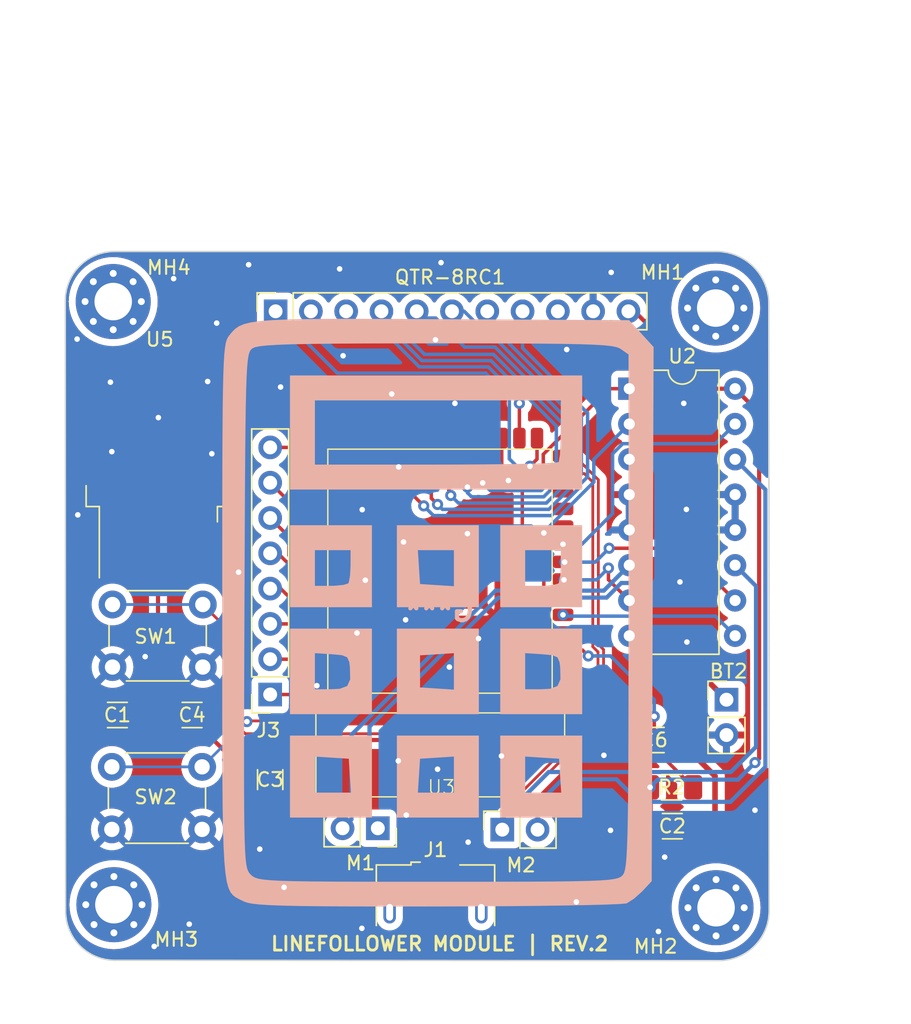
<source format=kicad_pcb>
(kicad_pcb (version 20240108) (generator "pcbnew") (generator_version "8.0")
  (layers (0 "F.Cu" signal) (31 "B.Cu" signal) (34 "B.Paste" user) (35 "F.Paste" user) (36 "B.SilkS" user "B.Silkscreen") (37 "F.SilkS" user "F.Silkscreen") (38 "B.Mask" user) (39 "F.Mask" user) (44 "Edge.Cuts" user))
  (net 0 "")
  (net 1 "VDD")
  (net 2 "GND")
  (net 3 "/EN")
  (net 4 "/BOOT")
  (net 5 "/IO5")
  (net 6 "/IO16")
  (net 7 "/IO15")
  (net 8 "/IO6")
  (net 9 "/IO7")
  (net 10 "/IO4")
  (net 13 "VCC")
  (net 15 "/IO3")
  (net 16 "/IO46")
  (net 17 "/IO9")
  (net 18 "/IO10")
  (net 19 "/IO11")
  (net 20 "/A1")
  (net 21 "/A2")
  (net 22 "/B1")
  (net 23 "/B2")
  (net 25 "/IO12")
  (net 26 "/IO13")
  (net 27 "/D-")
  (net 28 "/D+")
  (net 32 "unconnected-(J1-Shield-Pad6)")
  (net 33 "/IO14")
  (net 40 "/IO39")
  (net 41 "/IO40")
  (net 42 "/IO41")
  (net 43 "/IO42")
  (net 44 "/RXD0")
  (net 45 "/TXD0")
  (net 46 "/IO2")
  (net 47 "/IO1")
  (net 50 "unconnected-(J1-Shield-Pad6)_3")
  (footprint "Connector_PinSocket_2.54mm:PinSocket_1x02_P2.54mm_Vertical" (layer "F.Cu") (at 90.96 116.6 90)
    (property "Reference" "M2")
    (property "Value" "Conn_01x02_Socket" (hide yes))
  )
  (footprint "Connector_USB:USB_Micro-B_Amphenol_10118193-0001LF_Horizontal" (layer "F.Cu") (at 86.15 122.55)
    (property "Reference" "J1")
    (property "Value" "USB_B_Micro" (hide yes))
  )
  (footprint "Connector_PinSocket_2.54mm:PinSocket_1x02_P2.54mm_Vertical" (layer "F.Cu") (at 82 116.5 -90)
    (property "Reference" "M1")
    (property "Value" "Conn_01x02_Socket" (hide yes))
  )
  (footprint "Capacitor_SMD:C_1206_3216Metric_Pad1.33x1.80mm_HandSolder" (layer "F.Cu") (at 63.25 108.35)
    (property "Reference" "C1")
    (property "Value" "100n" (hide yes))
  )
  (footprint "Capacitor_SMD:C_1206_3216Metric_Pad1.33x1.80mm_HandSolder" (layer "F.Cu") (at 74.25 113 -90)
    (property "Reference" "C3")
    (property "Value" "C_Unpolarized" (hide yes))
  )
  (footprint "Connector_PinSocket_2.54mm:PinSocket_1x11_P2.54mm_Vertical" (layer "F.Cu") (at 74.64 79.3 90)
    (property "Reference" "QTR-8RC1")
    (property "Value" "Conn_01x11_Socket" (hide yes))
  )
  (footprint "Resistor_SMD:R_1206_3216Metric_Pad1.30x1.75mm_HandSolder" (layer "F.Cu") (at 103.15 113.55)
    (property "Reference" "R2")
    (property "Value" "10k" (hide yes))
  )
  (footprint "MountingHole:MountingHole_2.7mm_Pad_Via" (layer "F.Cu") (at 62.95 78.6)
    (property "Reference" "MH4")
    (property "Value" "MountingHole_2.7mm_Pad_Via" (hide yes))
  )
  (footprint "Package_DIP:DIP-16_W7.62mm" (layer "F.Cu") (at 100.1 84.87)
    (property "Reference" "U2")
    (property "Value" "L293D" (hide yes))
  )
  (footprint "Connector_PinSocket_2.54mm:PinSocket_1x08_P2.54mm_Vertical" (layer "F.Cu") (at 74.25 106.875 180)
    (property "Reference" "J3")
    (property "Value" "Conn_01x08_Socket" (hide yes))
  )
  (footprint "MyParts:esp3_s3_wroom_1" (layer "F.Cu") (at 96 88.53 180)
    (property "Reference" "U3")
    (property "Value" "~")
  )
  (footprint "Capacitor_SMD:C_1206_3216Metric_Pad1.33x1.80mm_HandSolder" (layer "F.Cu") (at 103.2 116.35)
    (property "Reference" "C2")
    (property "Value" "10u" (hide yes))
  )
  (footprint "Connector_PinHeader_2.54mm:PinHeader_1x02_P2.54mm_Vertical" (layer "F.Cu") (at 107.1 107.25)
    (property "Reference" "BT2")
    (property "Value" "Battery" (hide yes))
  )
  (footprint "Package_TO_SOT_SMD:TO-263-5_TabPin3" (layer "F.Cu") (at 66.2 88.525 90)
    (property "Reference" "U5")
    (property "Value" "LM2596S-3.3" (hide yes))
  )
  (footprint "MountingHole:MountingHole_2.7mm_Pad_Via" (layer "F.Cu") (at 106.325 79.068109)
    (property "Reference" "MH1")
    (property "Value" "MountingHole_2.7mm_Pad_Via" (hide yes))
  )
  (footprint "MountingHole:MountingHole_2.7mm_Pad_Via" (layer "F.Cu") (at 106.35 122.218109)
    (property "Reference" "MH2")
    (property "Value" "MountingHole_2.7mm_Pad_Via" (hide yes))
  )
  (footprint "Capacitor_SMD:C_1206_3216Metric_Pad1.33x1.80mm_HandSolder" (layer "F.Cu") (at 68.625 108.35 180)
    (property "Reference" "C4")
    (property "Value" "100n" (hide yes))
  )
  (footprint "MountingHole:MountingHole_2.7mm_Pad_Via" (layer "F.Cu") (at 63 122)
    (property "Reference" "MH3")
    (property "Value" "MountingHole_2.7mm_Pad_Via" (hide yes))
  )
  (footprint "Capacitor_SMD:C_1206_3216Metric_Pad1.33x1.80mm_HandSolder" (layer "F.Cu") (at 101.9 110.15 180)
    (property "Reference" "C6")
    (property "Value" "10u" (hide yes))
  )
  (footprint "Button_Switch_THT:SW_PUSH_6mm" (layer "F.Cu") (at 62.85 112.081128)
    (property "Reference" "SW2")
    (property "Value" "SW_Push" (hide yes))
  )
  (footprint "Button_Switch_THT:SW_PUSH_6mm" (layer "F.Cu") (at 62.9 100.4)
    (property "Reference" "SW1")
    (property "Value" "SW_Push" (hide yes))
  )
  (footprint "graphics:pcb_logo_45mmx45mm" (layer "B.Cu") (at 86.45 100.85 180)
    (property "Reference" "G***")
    (property "Value" "LOGO" (hide yes))
  )
  (gr_arc (start 110.170584 122.422525) (mid 109.116162 124.968093) (end 106.570584 126.022525) (stroke (width 0.1)) (layer "Edge.Cuts"))
  (gr_line (start 106.570584 126.022525) (end 66.2 126) (stroke (width 0.1)) (layer "Edge.Cuts"))
  (gr_arc (start 106.528907 75) (mid 109.097989 76.155114) (end 110.15 78.768109) (stroke (width 0.1)) (layer "Edge.Cuts"))
  (gr_line (start 66.146701 75.000001) (end 62.971705 75.000001) (stroke (width 0.1)) (layer "Edge.Cuts"))
  (gr_arc (start 59.5 78.545877) (mid 60.512436 76.064651) (end 62.971705 75.000001) (stroke (width 0.1)) (layer "Edge.Cuts"))
  (gr_arc (start 63.025004 126) (mid 60.547424 124.945642) (end 59.525 122.454709) (stroke (width 0.1)) (layer "Edge.Cuts"))
  (gr_line (start 66.146701 75.000001) (end 106.528907 75) (stroke (width 0.1)) (layer "Edge.Cuts"))
  (gr_line (start 66.2 126) (end 63.025004 126) (stroke (width 0.1)) (layer "Edge.Cuts"))
  (gr_line (start 59.525 122.454709) (end 59.5 78.545877) (stroke (width 0.1)) (layer "Edge.Cuts"))
  (gr_line (start 110.15 78.768109) (end 110.170584 122.422525) (stroke (width 0.1)) (layer "Edge.Cuts"))
  (gr_text "LINEFOLLOWER MODULE | REV.2" (at 74.2 125.4 0) (layer "F.SilkS") (effects (font (size 1 1) (thickness 0.2) (bold yes)) (justify left bottom)))
  (segment (start 107.1 107.25) (end 105.8625 106.0125) (width 0.4) (layer "F.Cu") (net 1))
  (segment (start 98.25 125) (end 106.275 116.975) (width 0.4) (layer "F.Cu") (net 1))
  (segment (start 60.8 107.4625) (end 60.8 97.2) (width 0.4) (layer "F.Cu") (net 1))
  (segment (start 61.825 96.175) (end 62.8 96.175) (width 0.4) (layer "F.Cu") (net 1))
  (segment (start 66 118.5) (end 72.5 125) (width 0.4) (layer "F.Cu") (net 1))
  (segment (start 106.275 116.975) (end 106.275 112.75) (width 0.4) (layer "F.Cu") (net 1))
  (segment (start 106.275 112.75) (end 103.675 110.15) (width 0.4) (layer "F.Cu") (net 1))
  (segment (start 61.6875 108.35) (end 60.75 109.2875) (width 0.4) (layer "F.Cu") (net 1))
  (segment (start 100.1 102.65) (end 103.4625 106.0125) (width 0.4) (layer "F.Cu") (net 1))
  (segment (start 103.675 110.15) (end 103.4625 110.15) (width 0.4) (layer "F.Cu") (net 1))
  (segment (start 61.9 118.5) (end 66 118.5) (width 0.4) (layer "F.Cu") (net 1))
  (segment (start 103.4625 106.8) (end 103.4625 110.15) (width 0.4) (layer "F.Cu") (net 1))
  (segment (start 60.8 97.2) (end 61.825 96.175) (width 0.4) (layer "F.Cu") (net 1))
  (segment (start 105.25 106.0375) (end 105.225 106.0125) (width 0.4) (layer "F.Cu") (net 1))
  (segment (start 72.5 125) (end 98.25 125) (width 0.4) (layer "F.Cu") (net 1))
  (segment (start 60.75 109.2875) (end 60.75 117.35) (width 0.4) (layer "F.Cu") (net 1))
  (segment (start 61.6875 108.35) (end 60.8 107.4625) (width 0.4) (layer "F.Cu") (net 1))
  (segment (start 103.4625 106.0125) (end 103.4625 106.8) (width 0.4) (layer "F.Cu") (net 1))
  (segment (start 105.8625 106.0125) (end 103.4625 106.0125) (width 0.4) (layer "F.Cu") (net 1))
  (segment (start 60.75 117.35) (end 61.9 118.5) (width 0.4) (layer "F.Cu") (net 1))
  (segment (start 88.5 117.5) (end 87.45 118.55) (width 0.25) (layer "F.Cu") (net 2))
  (segment (start 87.45 118.55) (end 87.45 119.875) (width 0.25) (layer "F.Cu") (net 2))
  (via (at 87.55 85.925) (size 0.8) (drill 0.4) (layers "F.Cu" "B.Cu") (net 2))
  (via (at 70.05 89.55) (size 0.8) (drill 0.4) (layers "F.Cu" "B.Cu") (net 2))
  (via (at 98.8 76.5) (size 0.8) (drill 0.4) (layers "F.Cu" "B.Cu") (net 2))
  (via (at 96.29 121.8) (size 0.8) (drill 0.4) (layers "F.Cu" "B.Cu") (net 2))
  (via (at 65.25 104.15) (size 0.8) (drill 0.4) (layers "F.Cu" "B.Cu") (net 2))
  (via (at 60.35 81.3) (size 0.8) (drill 0.4) (layers "F.Cu" "B.Cu") (net 2))
  (via (at 102.65 118.575) (size 0.8) (drill 0.4) (layers "F.Cu" "B.Cu") (net 2))
  (via (at 79.5 82.5) (size 0.8) (drill 0.4) (layers "F.Cu" "B.Cu") (net 2))
  (via (at 83.475 111.65) (size 0.8) (drill 0.4) (layers "F.Cu" "B.Cu") (net 2))
  (via (at 60.4 93.95) (size 0.8) (drill 0.4) (layers "F.Cu" "B.Cu") (net 2))
  (via (at 88.5 117.5) (size 0.8) (drill 0.4) (layers "F.Cu" "B.Cu") (net 2))
  (via (at 88.45 95.3) (size 0.8) (drill 0.4) (layers "F.Cu" "B.Cu") (net 2))
  (via (at 79.25 76.25) (size 0.8) (drill 0.4) (layers "F.Cu" "B.Cu") (net 2))
  (via (at 89.25 102.85) (size 0.8) (drill 0.4) (layers "F.Cu" "B.Cu") (net 2))
  (via (at 80.5 102.45) (size 0.8) (drill 0.4) (layers "F.Cu" "B.Cu") (net 2))
  (via (at 86.3 112.25) (size 0.8) (drill 0.4) (layers "F.Cu" "B.Cu") (net 2))
  (via (at 75.25 120.75) (size 0.8) (drill 0.4) (layers "F.Cu" "B.Cu") (net 2))
  (via (at 70.4 80.15) (size 0.8) (drill 0.4) (layers "F.Cu" "B.Cu") (net 2))
  (via (at 67.3 76.95) (size 0.8) (drill 0.4) (layers "F.Cu" "B.Cu") (net 2))
  (via (at 72.7 75.95) (size 0.8) (drill 0.4) (layers "F.Cu" "B.Cu") (net 2))
  (via (at 104.2125 93.554416) (size 0.8) (drill 0.4) (layers "F.Cu" "B.Cu") (net 2))
  (via (at 90.9 111.3) (size 0.8) (drill 0.4) (layers "F.Cu" "B.Cu") (net 2))
  (via (at 103.75 98.775) (size 0.8) (drill 0.4) (layers "F.Cu" "B.Cu") (net 2))
  (via (at 77.61 106.24) (size 0.8) (drill 0.4) (layers "F.Cu" "B.Cu") (net 2))
  (via (at 68.425 123.4) (size 0.8) (drill 0.4) (layers "F.Cu" "B.Cu") (net 2))
  (via (at 69.75 84.35) (size 0.8) (drill 0.4) (layers "F.Cu" "B.Cu") (net 2))
  (via (at 75 84.75) (size 0.8) (drill 0.4) (layers "F.Cu" "B.Cu") (net 2))
  (via (at 81.1 98.65) (size 0.8) (drill 0.4) (layers "F.Cu" "B.Cu") (net 2))
  (via (at 109.15 115.2) (size 0.8) (drill 0.4) (layers "F.Cu" "B.Cu") (net 2))
  (via (at 83.85 95.9) (size 0.8) (drill 0.4) (layers "F.Cu" "B.Cu") (net 2))
  (via (at 73.5 118) (size 0.8) (drill 0.4) (layers "F.Cu" "B.Cu") (net 2))
  (via (at 62.85 89.4) (size 0.8) (drill 0.4) (layers "F.Cu" "B.Cu") (net 2))
  (via (at 104.025 85.925) (size 0.8) (drill 0.4) (layers "F.Cu" "B.Cu") (net 2))
  (via (at 84 101.5) (size 0.8) (drill 0.4) (layers "F.Cu" "B.Cu") (net 2))
  (via (at 104.25 103.1) (size 0.8) (drill 0.4) (layers "F.Cu" "B.Cu") (net 2))
  (via (at 95.6 82.05) (size 0.8) (drill 0.4) (layers "F.Cu" "B.Cu") (net 2))
  (via (at 83 85.25) (size 0.8) (drill 0.4) (layers "F.Cu" "B.Cu") (net 2))
  (via (at 102.2 123.925) (size 0.8) (drill 0.4) (layers "F.Cu" "B.Cu") (net 2))
  (via (at 98.275 111.25) (size 0.8) (drill 0.4) (layers "F.Cu" "B.Cu") (net 2))
  (via (at 86.55 75.8) (size 0.8) (drill 0.4) (layers "F.Cu" "B.Cu") (net 2))
  (via (at 98.75 116.65) (size 0.8) (drill 0.4) (layers "F.Cu" "B.Cu") (net 2))
  (via (at 86.15 81.35) (size 0.8) (drill 0.4) (layers "F.Cu" "B.Cu") (net 2))
  (via (at 71.975 98.075) (size 0.8) (drill 0.4) (layers "F.Cu" "B.Cu") (net 2))
  (via (at 65.9 125) (size 0.8) (drill 0.4) (layers "F.Cu" "B.Cu") (net 2))
  (via (at 66.2 86.95) (size 0.8) (drill 0.4) (layers "F.Cu" "B.Cu") (net 2))
  (via (at 84.05 115.55) (size 0.8) (drill 0.4) (layers "F.Cu" "B.Cu") (net 2))
  (via (at 62.75 84.4) (size 0.8) (drill 0.4) (layers "F.Cu" "B.Cu") (net 2))
  (via (at 87.15 104.9) (size 0.8) (drill 0.4) (layers "F.Cu" "B.Cu") (net 2))
  (via (at 80.85 123.7) (size 0.8) (drill 0.4) (layers "F.Cu" "B.Cu") (net 2))
  (via (at 83.5 90.5) (size 0.8) (drill 0.4) (layers "F.Cu" "B.Cu") (net 2))
  (via (at 80.875 93.575) (size 0.8) (drill 0.4) (layers "F.Cu" "B.Cu") (net 2))
  (segment (start 94.28 105.064196) (end 94.28 103.995) (width 0.2) (layer "F.Cu") (net 3))
  (segment (start 69.4 100.4) (end 71.45 102.45) (width 0.2) (layer "F.Cu") (net 3))
  (segment (start 71.45 108.68995) (end 72.457148 109.697098) (width 0.2) (layer "F.Cu") (net 3))
  (segment (start 97.15 104.1) (end 96.73 103.68) (width 0.25) (layer "F.Cu") (net 3))
  (segment (start 72.457148 109.697098) (end 89.647098 109.697098) (width 0.2) (layer "F.Cu") (net 3))
  (segment (start 101.9 108.45) (end 101.9 110.75) (width 0.25) (layer "F.Cu") (net 3))
  (segment (start 71.45 102.45) (end 71.45 108.68995) (width 0.2) (layer "F.Cu") (net 3))
  (segment (start 101.9 110.75) (end 104.7 113.55) (width 0.25) (layer "F.Cu") (net 3))
  (segment (start 96.73 103.68) (end 95.33 103.68) (width 0.25) (layer "F.Cu") (net 3))
  (segment (start 94.595 103.68) (end 95.33 103.68) (width 0.2) (layer "F.Cu") (net 3))
  (segment (start 89.647098 109.697098) (end 94.28 105.064196) (width 0.2) (layer "F.Cu") (net 3))
  (segment (start 94.28 103.995) (end 94.595 103.68) (width 0.2) (layer "F.Cu") (net 3))
  (via (at 101.9 108.45) (size 0.8) (drill 0.4) (layers "F.Cu" "B.Cu") (net 3))
  (via (at 97.15 104.1) (size 0.8) (drill 0.4) (layers "F.Cu" "B.Cu") (net 3))
  (segment (start 97.15 104) (end 97 103.85) (width 0.25) (layer "B.Cu") (net 3))
  (segment (start 62.9 100.4) (end 69.4 100.4) (width 0.2) (layer "B.Cu") (net 3))
  (segment (start 101.9 107.25) (end 98.75 104.1) (width 0.25) (layer "B.Cu") (net 3))
  (segment (start 101.9 108.45) (end 101.9 107.25) (width 0.25) (layer "B.Cu") (net 3))
  (segment (start 97.15 104.1) (end 97.15 104) (width 0.25) (layer "B.Cu") (net 3))
  (segment (start 98.75 104.1) (end 97.15 104.1) (width 0.25) (layer "B.Cu") (net 3))
  (segment (start 72.625 108.775) (end 77.325 108.775) (width 0.2) (layer "F.Cu") (net 4))
  (segment (start 79.05 90.2) (end 78.58 89.73) (width 0.2) (layer "F.Cu") (net 4))
  (segment (start 79.05 107.05) (end 79.05 90.2) (width 0.2) (layer "F.Cu") (net 4))
  (segment (start 72.575 108.825) (end 72.625 108.775) (width 0.2) (layer "F.Cu") (net 4))
  (segment (start 77.325 108.775) (end 79.05 107.05) (width 0.2) (layer "F.Cu") (net 4))
  (segment (start 78.58 89.73) (end 77.61 89.73) (width 0.2) (layer "F.Cu") (net 4))
  (via (at 72.575 108.825) (size 0.8) (drill 0.4) (layers "F.Cu" "B.Cu") (net 4))
  (segment (start 72.575 108.856128) (end 69.35 112.081128) (width 0.2) (layer "B.Cu") (net 4))
  (segment (start 62.85 112.081128) (end 69.35 112.081128) (width 0.2) (layer "B.Cu") (net 4))
  (segment (start 72.575 108.825) (end 72.575 108.856128) (width 0.2) (layer "B.Cu") (net 4))
  (via (at 95.33 101.14) (size 0.8) (drill 0.4) (layers "F.Cu" "B.Cu") (net 5))
  (segment (start 95.33 101.14) (end 95.425 101.235) (width 0.25) (layer "B.Cu") (net 5))
  (segment (start 95.425 101.235) (end 106.305 101.235) (width 0.25) (layer "B.Cu") (net 5))
  (segment (start 106.305 101.235) (end 107.72 102.65) (width 0.25) (layer "B.Cu") (net 5))
  (via (at 95.33 96.06) (size 0.8) (drill 0.4) (layers "F.Cu" "B.Cu") (net 6))
  (segment (start 106.305 88.825) (end 107.72 87.41) (width 0.25) (layer "B.Cu") (net 6))
  (segment (start 95.33 96.06) (end 96.69 96.06) (width 0.25) (layer "B.Cu") (net 6))
  (segment (start 98.9 93.85) (end 98.9 89.55) (width 0.25) (layer "B.Cu") (net 6))
  (segment (start 96.69 96.06) (end 98.9 93.85) (width 0.25) (layer "B.Cu") (net 6))
  (segment (start 98.9 89.55) (end 99.625 88.825) (width 0.25) (layer "B.Cu") (net 6))
  (segment (start 99.625 88.825) (end 106.305 88.825) (width 0.25) (layer "B.Cu") (net 6))
  (segment (start 98.65 96.35) (end 103.96 96.35) (width 0.25) (layer "F.Cu") (net 7))
  (segment (start 103.96 96.35) (end 107.72 100.11) (width 0.25) (layer "F.Cu") (net 7))
  (via (at 98.65 96.35) (size 0.8) (drill 0.4) (layers "F.Cu" "B.Cu") (net 7))
  (via (at 95.45 97.35) (size 0.8) (drill 0.4) (layers "F.Cu" "B.Cu") (net 7))
  (segment (start 98.65 96.35) (end 97.65 97.35) (width 0.25) (layer "B.Cu") (net 7))
  (segment (start 97.65 97.35) (end 95.45 97.35) (width 0.25) (layer "B.Cu") (net 7))
  (segment (start 94.47 99.87) (end 95.33 99.87) (width 0.25) (layer "F.Cu") (net 8))
  (segment (start 95.309669 99.849669) (end 95.33 99.87) (width 0.25) (layer "F.Cu") (net 8))
  (segment (start 93.95 99.35) (end 94.47 99.87) (width 0.25) (layer "F.Cu") (net 8))
  (segment (start 95.049669 99.849669) (end 95.309669 99.849669) (width 0.25) (layer "F.Cu") (net 8))
  (segment (start 93.95 95.25) (end 93.95 99.35) (width 0.25) (layer "F.Cu") (net 8))
  (via (at 93.95 95.25) (size 0.8) (drill 0.4) (layers "F.Cu" "B.Cu") (net 8))
  (segment (start 93.95 95.186396) (end 97.55 91.586396) (width 0.25) (layer "B.Cu") (net 8))
  (segment (start 93.95 95.25) (end 93.95 95.186396) (width 0.25) (layer "B.Cu") (net 8))
  (segment (start 97.55 89.96) (end 100.1 87.41) (width 0.25) (layer "B.Cu") (net 8))
  (segment (start 97.55 91.586396) (end 97.55 89.96) (width 0.25) (layer "B.Cu") (net 8))
  (segment (start 98.6 98.61) (end 100.1 100.11) (width 0.25) (layer "F.Cu") (net 9))
  (segment (start 98.6 97.775) (end 98.6 98.61) (width 0.25) (layer "F.Cu") (net 9))
  (via (at 98.6 97.775) (size 0.8) (drill 0.4) (layers "F.Cu" "B.Cu") (net 9))
  (via (at 95.4 98.625) (size 0.8) (drill 0.4) (layers "F.Cu" "B.Cu") (net 9))
  (segment (start 97.75 98.625) (end 95.4 98.625) (width 0.25) (layer "B.Cu") (net 9))
  (segment (start 98.6 97.775) (end 97.75 98.625) (width 0.25) (layer "B.Cu") (net 9))
  (segment (start 93.91 90.515305) (end 92.4 92.025305) (width 0.25) (layer "F.Cu") (net 10))
  (segment (start 98.635948 84.87) (end 93.91 89.595948) (width 0.25) (layer "F.Cu") (net 10))
  (segment (start 92.4 92.025305) (end 92.4 100.2) (width 0.25) (layer "F.Cu") (net 10))
  (segment (start 100.1 84.87) (end 98.635948 84.87) (width 0.25) (layer "F.Cu") (net 10))
  (segment (start 92.4 100.2) (end 94.61 102.41) (width 0.25) (layer "F.Cu") (net 10))
  (segment (start 93.91 89.595948) (end 93.91 90.515305) (width 0.25) (layer "F.Cu") (net 10))
  (segment (start 94.61 102.41) (end 95.33 102.41) (width 0.25) (layer "F.Cu") (net 10))
  (segment (start 67.55 98.825) (end 67.9 98.475) (width 0.3) (layer "F.Cu") (net 13))
  (segment (start 71.2375 111.4375) (end 71.4625 111.2125) (width 0.3) (layer "F.Cu") (net 13))
  (segment (start 67.9 97.680456) (end 67.9 96.175) (width 0.3) (layer "F.Cu") (net 13))
  (segment (start 64.5 98.475) (end 64.85 98.825) (width 0.3) (layer "F.Cu") (net 13))
  (segment (start 67.9 98.475) (end 67.9 96.175) (width 0.3) (layer "F.Cu") (net 13))
  (segment (start 71.2375 122.8375) (end 72.85 124.45) (width 0.3) (layer "F.Cu") (net 13))
  (segment (start 95.030592 104.95) (end 95.33 104.95) (width 0.3) (layer "F.Cu") (net 13))
  (segment (start 109.15 111.775) (end 109.45 111.475) (width 0.3) (layer "F.Cu") (net 13))
  (segment (start 101.6375 116.35) (end 101.6375 113.5875) (width 0.3) (layer "F.Cu") (net 13))
  (segment (start 101.6375 120.834682) (end 101.6375 116.35) (width 0.3) (layer "F.Cu") (net 13))
  (segment (start 64.5 96.175) (end 64.5 98.475) (width 0.3) (layer "F.Cu") (net 13))
  (segment (start 72.85 124.45) (end 98.022182 124.45) (width 0.3) (layer "F.Cu") (net 13))
  (segment (start 75.540402 110.147098) (end 89.833494 110.147098) (width 0.3) (layer "F.Cu") (net 13))
  (segment (start 70.1875 110.1625) (end 70.1875 108.35) (width 0.3) (layer "F.Cu") (net 13))
  (segment (start 98.022182 124.45) (end 101.6375 120.834682) (width 0.3) (layer "F.Cu") (net 13))
  (segment (start 70.1875 108.35) (end 69.525 108.35) (width 0.3) (layer "F.Cu") (net 13))
  (segment (start 71.2375 111.2125) (end 70.1875 110.1625) (width 0.3) (layer "F.Cu") (net 13))
  (segment (start 100.04 79.3) (end 100.475 79.3) (width 0.3) (layer "F.Cu") (net 13))
  (segment (start 71.2375 111.4375) (end 71.2375 111.2125) (width 0.3) (layer "F.Cu") (net 13))
  (segment (start 101.6375 113.5875) (end 101.6 113.55) (width 0.3) (layer "F.Cu") (net 13))
  (segment (start 69.525 108.35) (end 66.175 105) (width 0.3) (layer "F.Cu") (net 13))
  (segment (start 66.175 98.825) (end 67.55 98.825) (width 0.3) (layer "F.Cu") (net 13))
  (segment (start 89.833494 110.147098) (end 95.030592 104.95) (width 0.3) (layer "F.Cu") (net 13))
  (segment (start 74.25 111.4375) (end 75.540402 110.147098) (width 0.3) (layer "F.Cu") (net 13))
  (segment (start 74.025 111.2125) (end 74.25 111.4375) (width 0.3) (layer "F.Cu") (net 13))
  (segment (start 100.475 79.3) (end 106.045 84.87) (width 0.3) (layer "F.Cu") (net 13))
  (segment (start 71.2375 111.4375) (end 71.2375 122.8375) (width 0.3) (layer "F.Cu") (net 13))
  (segment (start 109.45 111.475) (end 109.45 86.6) (width 0.3) (layer "F.Cu") (net 13))
  (segment (start 66.175 105) (end 66.175 98.825) (width 0.3) (layer "F.Cu") (net 13))
  (segment (start 71.4625 111.2125) (end 74.025 111.2125) (width 0.3) (layer "F.Cu") (net 13))
  (segment (start 109.45 86.6) (end 107.72 84.87) (width 0.3) (layer "F.Cu") (net 13))
  (segment (start 106.045 84.87) (end 107.72 84.87) (width 0.3) (layer "F.Cu") (net 13))
  (segment (start 64.85 98.825) (end 66.175 98.825) (width 0.3) (layer "F.Cu") (net 13))
  (via (at 101.6 113.55) (size 0.8) (drill 0.4) (layers "F.Cu" "B.Cu") (net 13))
  (via (at 109.15 111.775) (size 0.8) (drill 0.4) (layers "F.Cu" "B.Cu") (net 13))
  (segment (start 102.15 113) (end 101.6 113.55) (width 0.3) (layer "B.Cu") (net 13))
  (segment (start 109.15 111.775) (end 107.925 113) (width 0.3) (layer "B.Cu") (net 13))
  (segment (start 107.925 113) (end 102.15 113) (width 0.3) (layer "B.Cu") (net 13))
  (segment (start 92.95 90.45) (end 93.46 89.94) (width 0.25) (layer "F.Cu") (net 15))
  (segment (start 93.46 89.94) (end 93.46 88.43) (width 0.25) (layer "F.Cu") (net 15))
  (via (at 92.95 90.45) (size 0.8) (drill 0.4) (layers "F.Cu" "B.Cu") (net 15))
  (segment (start 89.769922 83.75) (end 79.09 83.75) (width 0.25) (layer "B.Cu") (net 15))
  (segment (start 91.465 85.445078) (end 89.769922 83.75) (width 0.25) (layer "B.Cu") (net 15))
  (segment (start 92.95 90.45) (end 92 90.45) (width 0.25) (layer "B.Cu") (net 15))
  (segment (start 79.09 83.75) (end 74.64 79.3) (width 0.25) (layer "B.Cu") (net 15))
  (segment (start 92 90.45) (end 91.465 89.915) (width 0.25) (layer "B.Cu") (net 15))
  (segment (start 91.465 89.915) (end 91.465 85.445078) (width 0.25) (layer "B.Cu") (net 15))
  (segment (start 91.984058 88.224058) (end 92.19 88.43) (width 0.25) (layer "F.Cu") (net 16))
  (segment (start 92.19 85.921884) (end 92.19 88.43) (width 0.25) (layer "F.Cu") (net 16))
  (via (at 92.19 85.921884) (size 0.8) (drill 0.4) (layers "F.Cu" "B.Cu") (net 16))
  (segment (start 83.037208 81.35) (end 79.23 81.35) (width 0.25) (layer "B.Cu") (net 16))
  (segment (start 92.19 85.921884) (end 92.19 85.533682) (width 0.25) (layer "B.Cu") (net 16))
  (segment (start 84.987208 83.3) (end 83.037208 81.35) (width 0.25) (layer "B.Cu") (net 16))
  (segment (start 92.19 85.533682) (end 89.956318 83.3) (width 0.25) (layer "B.Cu") (net 16))
  (segment (start 79.23 81.35) (end 77.18 79.3) (width 0.25) (layer "B.Cu") (net 16))
  (segment (start 89.956318 83.3) (end 84.987208 83.3) (width 0.25) (layer "B.Cu") (net 16))
  (segment (start 90.92 90.9955) (end 90.92 88.43) (width 0.25) (layer "F.Cu") (net 17))
  (segment (start 91.4 91.4755) (end 90.92 90.9955) (width 0.25) (layer "F.Cu") (net 17))
  (via (at 91.4 91.4755) (size 0.8) (drill 0.4) (layers "F.Cu" "B.Cu") (net 17))
  (segment (start 94.3 90.831624) (end 94.85 90.281624) (width 0.25) (layer "B.Cu") (net 17))
  (segment (start 90.142714 82.85) (end 85.173604 82.85) (width 0.25) (layer "B.Cu") (net 17))
  (segment (start 91.4 91.4755) (end 93.84252 91.4755) (width 0.25) (layer "B.Cu") (net 17))
  (segment (start 81.22 80.8) (end 79.72 79.3) (width 0.25) (layer "B.Cu") (net 17))
  (segment (start 93.84252 91.4755) (end 94.3 91.01802) (width 0.25) (layer "B.Cu") (net 17))
  (segment (start 94.85 87.557286) (end 90.142714 82.85) (width 0.25) (layer "B.Cu") (net 17))
  (segment (start 83.123604 80.8) (end 81.22 80.8) (width 0.25) (layer "B.Cu") (net 17))
  (segment (start 94.3 91.01802) (end 94.3 90.831624) (width 0.25) (layer "B.Cu") (net 17))
  (segment (start 85.173604 82.85) (end 83.123604 80.8) (width 0.25) (layer "B.Cu") (net 17))
  (segment (start 94.85 90.281624) (end 94.85 87.557286) (width 0.25) (layer "B.Cu") (net 17))
  (segment (start 79.72 79.3) (end 80.104416 79.3) (width 0.25) (layer "B.Cu") (net 17))
  (segment (start 89.55 91.65) (end 89.55 88.53) (width 0.25) (layer "F.Cu") (net 18))
  (segment (start 89.55 88.53) (end 89.65 88.43) (width 0.25) (layer "F.Cu") (net 18))
  (via (at 89.55 91.65) (size 0.8) (drill 0.4) (layers "F.Cu" "B.Cu") (net 18))
  (segment (start 90.1 92.2) (end 89.55 91.65) (width 0.25) (layer "B.Cu") (net 18))
  (segment (start 95.3 90.46802) (end 94.75 91.01802) (width 0.25) (layer "B.Cu") (net 18))
  (segment (start 94.75 91.01802) (end 94.75 91.204416) (width 0.25) (layer "B.Cu") (net 18))
  (segment (start 95.3 87.370889) (end 95.3 90.46802) (width 0.25) (layer "B.Cu") (net 18))
  (segment (start 94.75 91.204416) (end 93.754416 92.2) (width 0.25) (layer "B.Cu") (net 18))
  (segment (start 85.36 82.4) (end 90.329111 82.4) (width 0.25) (layer "B.Cu") (net 18))
  (segment (start 90.329111 82.4) (end 95.3 87.370889) (width 0.25) (layer "B.Cu") (net 18))
  (segment (start 82.26 79.3) (end 85.36 82.4) (width 0.25) (layer "B.Cu") (net 18))
  (segment (start 93.754416 92.2) (end 90.1 92.2) (width 0.25) (layer "B.Cu") (net 18))
  (segment (start 88.45 88.5) (end 88.38 88.43) (width 0.25) (layer "F.Cu") (net 19))
  (segment (start 88.45 91.95) (end 88.45 88.5) (width 0.25) (layer "F.Cu") (net 19))
  (via (at 88.45 91.95) (size 0.8) (drill 0.4) (layers "F.Cu" "B.Cu") (net 19))
  (segment (start 88.45 92.35) (end 88.75 92.65) (width 0.25) (layer "B.Cu") (net 19))
  (segment (start 88.45 91.95) (end 88.45 92.35) (width 0.25) (layer "B.Cu") (net 19))
  (segment (start 93.940812 92.65) (end 95.2 91.390812) (width 0.25) (layer "B.Cu") (net 19))
  (segment (start 88.253299 81.875) (end 86.165 79.786701) (width 0.25) (layer "B.Cu") (net 19))
  (segment (start 90.440507 81.875) (end 88.253299 81.875) (width 0.25) (layer "B.Cu") (net 19))
  (segment (start 88.45 92.35) (end 88.5 92.4) (width 0.25) (layer "B.Cu") (net 19))
  (segment (start 86.165 79.786701) (end 85.286701 79.786701) (width 0.25) (layer "B.Cu") (net 19))
  (segment (start 95.75 87.184493) (end 90.440507 81.875) (width 0.25) (layer "B.Cu") (net 19))
  (segment (start 85.286701 79.786701) (end 84.8 79.3) (width 0.25) (layer "B.Cu") (net 19))
  (segment (start 95.2 91.204416) (end 95.75 90.654416) (width 0.25) (layer "B.Cu") (net 19))
  (segment (start 95.75 90.654416) (end 95.75 87.184493) (width 0.25) (layer "B.Cu") (net 19))
  (segment (start 88.75 92.65) (end 93.940812 92.65) (width 0.25) (layer "B.Cu") (net 19))
  (segment (start 95.2 91.390812) (end 95.2 91.204416) (width 0.25) (layer "B.Cu") (net 19))
  (segment (start 82 116.5) (end 81.4 115.9) (width 0.3) (layer "B.Cu") (net 20))
  (segment (start 81.4 109.182106) (end 90.682106 99.9) (width 0.3) (layer "B.Cu") (net 20))
  (segment (start 98.477107 99.9) (end 99.527107 98.85) (width 0.3) (layer "B.Cu") (net 20))
  (segment (start 81.4 115.9) (end 81.4 109.182106) (width 0.3) (layer "B.Cu") (net 20))
  (segment (start 101.25 91.1) (end 100.1 89.95) (width 0.3) (layer "B.Cu") (net 20))
  (segment (start 100.75 98.85) (end 101.25 98.35) (width 0.3) (layer "B.Cu") (net 20))
  (segment (start 101.25 98.35) (end 101.25 91.1) (width 0.3) (layer "B.Cu") (net 20))
  (segment (start 90.682106 99.9) (end 98.477107 99.9) (width 0.3) (layer "B.Cu") (net 20))
  (segment (start 99.527107 98.85) (end 100.75 98.85) (width 0.3) (layer "B.Cu") (net 20))
  (segment (start 80.1 109.775) (end 90.475 99.4) (width 0.3) (layer "B.Cu") (net 21))
  (segment (start 80.1 115.86) (end 80.1 109.775) (width 0.3) (layer "B.Cu") (net 21))
  (segment (start 90.475 99.4) (end 98.27 99.4) (width 0.3) (layer "B.Cu") (net 21))
  (segment (start 98.27 99.4) (end 100.1 97.57) (width 0.3) (layer "B.Cu") (net 21))
  (segment (start 79.46 116.5) (end 80.1 115.86) (width 0.3) (layer "B.Cu") (net 21))
  (segment (start 107.414339 112.45) (end 109.225 110.639339) (width 0.3) (layer "B.Cu") (net 22))
  (segment (start 90.96 115.79) (end 94.3 112.45) (width 0.3) (layer "B.Cu") (net 22))
  (segment (start 94.3 112.45) (end 107.414339 112.45) (width 0.3) (layer "B.Cu") (net 22))
  (segment (start 109.225 110.639339) (end 109.225 99.075) (width 0.3) (layer "B.Cu") (net 22))
  (segment (start 90.96 116.6) (end 90.96 115.79) (width 0.3) (layer "B.Cu") (net 22))
  (segment (start 109.225 99.075) (end 107.72 97.57) (width 0.3) (layer "B.Cu") (net 22))
  (segment (start 109.9 92.13) (end 109.9 112.085661) (width 0.3) (layer "B.Cu") (net 23))
  (segment (start 95.292106 112.975) (end 93.5 114.767106) (width 0.3) (layer "B.Cu") (net 23))
  (segment (start 107.385661 114.6) (end 100.8 114.6) (width 0.3) (layer "B.Cu") (net 23))
  (segment (start 109.9 112.085661) (end 107.385661 114.6) (width 0.3) (layer "B.Cu") (net 23))
  (segment (start 107.72 89.95) (end 109.9 92.13) (width 0.3) (layer "B.Cu") (net 23))
  (segment (start 93.5 114.767106) (end 93.5 116.6) (width 0.3) (layer "B.Cu") (net 23))
  (segment (start 99.175 112.975) (end 95.292106 112.975) (width 0.3) (layer "B.Cu") (net 23))
  (segment (start 100.8 114.6) (end 99.175 112.975) (width 0.3) (layer "B.Cu") (net 23))
  (segment (start 87.25 92.55) (end 87.11 92.41) (width 0.25) (layer "F.Cu") (net 25))
  (segment (start 87.11 92.41) (end 87.11 88.43) (width 0.25) (layer "F.Cu") (net 25))
  (via (at 87.25 92.55) (size 0.8) (drill 0.4) (layers "F.Cu" "B.Cu") (net 25))
  (segment (start 96.2 90.840812) (end 96.2 86.998097) (width 0.25) (layer "B.Cu") (net 25))
  (segment (start 88.218299 79.3) (end 87.34 79.3) (width 0.25) (layer "B.Cu") (net 25))
  (segment (start 96.2 86.998097) (end 89.713604 80.511701) (width 0.25) (layer "B.Cu") (net 25))
  (segment (start 95.65 91.577208) (end 95.65 91.390812) (width 0.25) (layer "B.Cu") (net 25))
  (segment (start 87.8 93.1) (end 94.127208 93.1) (width 0.25) (layer "B.Cu") (net 25))
  (segment (start 89.713604 80.511701) (end 89.43 80.511701) (width 0.25) (layer "B.Cu") (net 25))
  (segment (start 95.65 91.390812) (end 96.2 90.840812) (width 0.25) (layer "B.Cu") (net 25))
  (segment (start 89.43 80.511701) (end 88.218299 79.3) (width 0.25) (layer "B.Cu") (net 25))
  (segment (start 87.25 92.55) (end 87.8 93.1) (width 0.25) (layer "B.Cu") (net 25))
  (segment (start 94.127208 93.1) (end 95.65 91.577208) (width 0.25) (layer "B.Cu") (net 25))
  (segment (start 86.3 93.2) (end 85.85 92.75) (width 0.25) (layer "F.Cu") (net 26))
  (segment (start 85.85 92.75) (end 85.85 88.44) (width 0.25) (layer "F.Cu") (net 26))
  (segment (start 85.85 88.44) (end 85.84 88.43) (width 0.25) (layer "F.Cu") (net 26))
  (via (at 86.3 93.2) (size 0.8) (drill 0.4) (layers "F.Cu" "B.Cu") (net 26))
  (segment (start 96.1 91.763604) (end 96.1 91.577208) (width 0.25) (layer "B.Cu") (net 26))
  (segment (start 89.88 80.041701) (end 89.88 79.3) (width 0.25) (layer "B.Cu") (net 26))
  (segment (start 96.65 86.811701) (end 89.88 80.041701) (width 0.25) (layer "B.Cu") (net 26))
  (segment (start 94.313604 93.55) (end 96.1 91.763604) (width 0.25) (layer "B.Cu") (net 26))
  (segment (start 96.1 91.577208) (end 96.65 91.027208) (width 0.25) (layer "B.Cu") (net 26))
  (segment (start 86.3 93.2) (end 86.65 93.55) (width 0.25) (layer "B.Cu") (net 26))
  (segment (start 96.65 91.027208) (end 96.65 86.811701) (width 0.25) (layer "B.Cu") (net 26))
  (segment (start 86.65 93.55) (end 94.313604 93.55) (width 0.25) (layer "B.Cu") (net 26))
  (segment (start 97.85 103.81005) (end 97.475 103.43505) (width 0.2) (layer "F.Cu") (net 27))
  (segment (start 85.5 119.875) (end 85.5 117.184315) (width 0.2) (layer "F.Cu") (net 27))
  (segment (start 97.475 103.43505) (end 97.475 91.590686) (width 0.2) (layer "F.Cu") (net 27))
  (segment (start 96.864314 90.98) (end 95.33 90.98) (width 0.2) (layer "F.Cu") (net 27))
  (segment (start 97.475 91.590686) (end 96.864314 90.98) (width 0.2) (layer "F.Cu") (net 27))
  (segment (start 97.85 108.4) (end 97.85 103.81005) (width 0.2) (layer "F.Cu") (net 27))
  (segment (start 88.184315 114.5) (end 91.75 114.5) (width 0.2) (layer "F.Cu") (net 27))
  (segment (start 85.5 117.184315) (end 88.184315 114.5) (width 0.2) (layer "F.Cu") (net 27))
  (segment (start 91.75 114.5) (end 97.85 108.4) (width 0.2) (layer "F.Cu") (net 27))
  (segment (start 86.15 117.100001) (end 88.350001 114.9) (width 0.2) (layer "F.Cu") (net 28))
  (segment (start 96.16 89.71) (end 95.33 89.71) (width 0.2) (layer "F.Cu") (net 28))
  (segment (start 88.350001 114.9) (end 91.915686 114.9) (width 0.2) (layer "F.Cu") (net 28))
  (segment (start 98.25 108.565686) (end 98.25 103.644364) (width 0.2) (layer "F.Cu") (net 28))
  (segment (start 97.875 91.425) (end 96.16 89.71) (width 0.2) (layer "F.Cu") (net 28))
  (segment (start 97.875 103.269364) (end 97.875 91.425) (width 0.2) (layer "F.Cu") (net 28))
  (segment (start 91.915686 114.9) (end 98.25 108.565686) (width 0.2) (layer "F.Cu") (net 28))
  (segment (start 98.25 103.644364) (end 97.875 103.269364) (width 0.2) (layer "F.Cu") (net 28))
  (segment (start 86.15 119.875) (end 86.15 117.100001) (width 0.2) (layer "F.Cu") (net 28))
  (segment (start 82.95 122.45) (end 82.85 122.55) (width 0.25) (layer "F.Cu") (net 32))
  (segment (start 84.6 88.46) (end 84.57 88.43) (width 0.25) (layer "F.Cu") (net 33))
  (segment (start 84.6 92.597382) (end 84.6 88.46) (width 0.25) (layer "F.Cu") (net 33))
  (segment (start 85.305841 93.303223) (end 84.6 92.597382) (width 0.25) (layer "F.Cu") (net 33))
  (via (at 85.305841 93.303223) (size 0.8) (drill 0.4) (layers "F.Cu" "B.Cu") (net 33))
  (segment (start 94.5 94) (end 96.55 91.95) (width 0.25) (layer "B.Cu") (net 33))
  (segment (start 96.55 91.763604) (end 97.1 91.213604) (width 0.25) (layer "B.Cu") (net 33))
  (segment (start 92.42 81.945305) (end 92.42 79.3) (width 0.25) (layer "B.Cu") (net 33))
  (segment (start 97.1 86.625305) (end 92.42 81.945305) (width 0.25) (layer "B.Cu") (net 33))
  (segment (start 96.55 91.95) (end 96.55 91.763604) (width 0.25) (layer "B.Cu") (net 33))
  (segment (start 85.305841 93.303223) (end 86.002618 94) (width 0.25) (layer "B.Cu") (net 33))
  (segment (start 97.1 91.213604) (end 97.1 86.625305) (width 0.25) (layer "B.Cu") (net 33))
  (segment (start 86.002618 94) (end 94.5 94) (width 0.25) (layer "B.Cu") (net 33))
  (segment (start 76.5 95.5) (end 76.5 90) (width 0.25) (layer "F.Cu") (net 40))
  (segment (start 75.595 89.095) (end 74.25 89.095) (width 0.25) (layer "F.Cu") (net 40))
  (segment (start 77.61 96.08) (end 77.08 96.08) (width 0.25) (layer "F.Cu") (net 40))
  (segment (start 76.5 90) (end 75.595 89.095) (width 0.25) (layer "F.Cu") (net 40))
  (segment (start 77.08 96.08) (end 76.5 95.5) (width 0.25) (layer "F.Cu") (net 40))
  (segment (start 76.05 96.047817) (end 76.05 93.435) (width 0.25) (layer "F.Cu") (net 41))
  (segment (start 77.61 97.35) (end 77.352183 97.35) (width 0.25) (layer "F.Cu") (net 41))
  (segment (start 76.05 93.435) (end 74.25 91.635) (width 0.25) (layer "F.Cu") (net 41))
  (segment (start 77.352183 97.35) (end 76.05 96.047817) (width 0.25) (layer "F.Cu") (net 41))
  (segment (start 75.6 96.867817) (end 77.352183 98.62) (width 0.25) (layer "F.Cu") (net 42))
  (segment (start 74.25 94.175) (end 75.6 95.525) (width 0.25) (layer "F.Cu") (net 42))
  (segment (start 75.6 95.525) (end 75.6 96.867817) (width 0.25) (layer "F.Cu") (net 42))
  (segment (start 77.352183 98.62) (end 77.61 98.62) (width 0.25) (layer "F.Cu") (net 42))
  (segment (start 77.352183 99.89) (end 77.61 99.89) (width 0.25) (layer "F.Cu") (net 43))
  (segment (start 74.25 96.715) (end 74.810787 96.715) (width 0.25) (layer "F.Cu") (net 43))
  (segment (start 74.810787 96.715) (end 76.25 98.154213) (width 0.25) (layer "F.Cu") (net 43))
  (segment (start 76.25 98.787817) (end 77.352183 99.89) (width 0.25) (layer "F.Cu") (net 43))
  (segment (start 76.25 98.154213) (end 76.25 98.787817) (width 0.25) (layer "F.Cu") (net 43))
  (segment (start 74.25 99.255) (end 75.005 99.255) (width 0.25) (layer "F.Cu") (net 44))
  (segment (start 76.91 101.16) (end 77.61 101.16) (width 0.25) (layer "F.Cu") (net 44))
  (segment (start 75.005 99.255) (end 76.91 101.16) (width 0.25) (layer "F.Cu") (net 44))
  (segment (start 74.25 101.795) (end 75.795 101.795) (width 0.25) (layer "F.Cu") (net 45))
  (segment (start 76.43 102.43) (end 77.61 102.43) (width 0.25) (layer "F.Cu") (net 45))
  (segment (start 75.795 101.795) (end 76.43 102.43) (width 0.25) (layer "F.Cu") (net 45))
  (segment (start 76.5 103.75) (end 77.56 103.75) (width 0.25) (layer "F.Cu") (net 46))
  (segment (start 77.56 103.75) (end 77.61 103.7) (width 0.25) (layer "F.Cu") (net 46))
  (segment (start 74.25 104.335) (end 75.915 104.335) (width 0.25) (layer "F.Cu") (net 46))
  (segment (start 75.915 104.335) (end 76.5 103.75) (width 0.25) (layer "F.Cu") (net 46))
  (segment (start 74.25 106.875) (end 75.875 106.875) (width 0.25) (layer "F.Cu") (net 47))
  (segment (start 76.25 106.5) (end 76.25 105.25) (width 0.25) (layer "F.Cu") (net 47))
  (segment (start 76.25 105.25) (end 76.53 104.97) (width 0.25) (layer "F.Cu") (net 47))
  (segment (start 75.875 106.875) (end 76.25 106.5) (width 0.25) (layer "F.Cu") (net 47))
  (segment (start 76.53 104.97) (end 77.61 104.97) (width 0.25) (layer "F.Cu") (net 47))
  (segment (start 89.45 120.2) (end 89.35 120.1) (width 0.25) (layer "F.Cu") (net 50))
  (zone (net 2) (net_name "GND") (layer "F.Cu") (name "gnd1") (connect_pads (clearance 0.5)) (min_thickness 0.25) (fill yes (thermal_gap 0.5) (thermal_bridge_width 0.5))
    (polygon (pts (xy 56.8 59) (xy 118.7 59.05) (xy 118.7 129) (xy 56.65 129.05)))
  )
  (zone (net 2) (net_name "GND") (layer "B.Cu") (name "gnd2") (priority 1) (connect_pads (clearance 0.5)) (min_thickness 0.25) (fill yes (thermal_gap 0.5) (thermal_bridge_width 0.5))
    (polygon (pts (xy 55.25 57.05) (xy 120.4 56.9) (xy 120.4 130.45) (xy 54.8 130.6)))
  )
)
</source>
